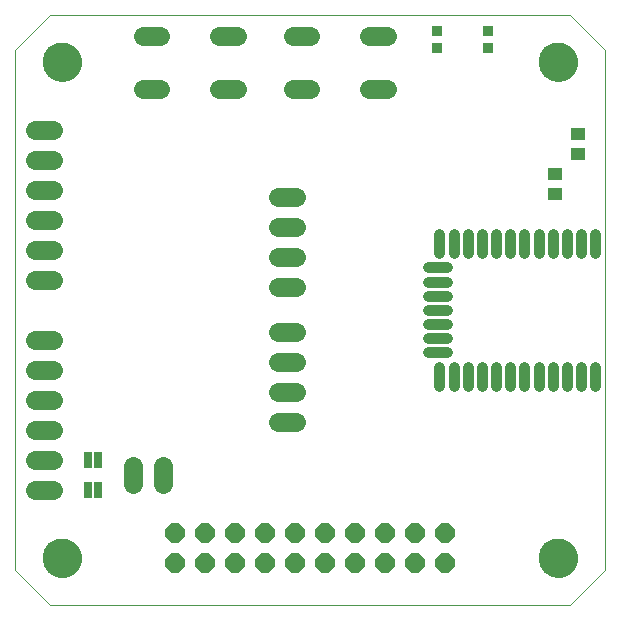
<source format=gts>
G75*
%MOIN*%
%OFA0B0*%
%FSLAX25Y25*%
%IPPOS*%
%LPD*%
%AMOC8*
5,1,8,0,0,1.08239X$1,22.5*
%
%ADD10OC8,0.06400*%
%ADD11C,0.00000*%
%ADD12C,0.12998*%
%ADD13C,0.06400*%
%ADD14R,0.02900X0.05400*%
%ADD15C,0.03550*%
%ADD16R,0.03550X0.03550*%
%ADD17R,0.04731X0.04337*%
%ADD18C,0.06337*%
D10*
X0122300Y0112600D03*
X0122300Y0122600D03*
X0132300Y0122600D03*
X0132300Y0112600D03*
X0142300Y0112600D03*
X0142300Y0122600D03*
X0152300Y0122600D03*
X0152300Y0112600D03*
X0162300Y0112600D03*
X0162300Y0122600D03*
X0172300Y0122600D03*
X0172300Y0112600D03*
X0182300Y0112600D03*
X0182300Y0122600D03*
X0192300Y0122600D03*
X0192300Y0112600D03*
X0202300Y0112600D03*
X0202300Y0122600D03*
X0212300Y0122600D03*
X0212300Y0112600D03*
D11*
X0080711Y0098500D02*
X0068900Y0110311D01*
X0068900Y0283539D01*
X0080711Y0295350D01*
X0253939Y0295350D01*
X0265750Y0283539D01*
X0265750Y0110311D01*
X0253939Y0098500D01*
X0080711Y0098500D01*
X0078349Y0114248D02*
X0078351Y0114406D01*
X0078357Y0114564D01*
X0078367Y0114722D01*
X0078381Y0114880D01*
X0078399Y0115037D01*
X0078420Y0115194D01*
X0078446Y0115350D01*
X0078476Y0115506D01*
X0078509Y0115661D01*
X0078547Y0115814D01*
X0078588Y0115967D01*
X0078633Y0116119D01*
X0078682Y0116270D01*
X0078735Y0116419D01*
X0078791Y0116567D01*
X0078851Y0116713D01*
X0078915Y0116858D01*
X0078983Y0117001D01*
X0079054Y0117143D01*
X0079128Y0117283D01*
X0079206Y0117420D01*
X0079288Y0117556D01*
X0079372Y0117690D01*
X0079461Y0117821D01*
X0079552Y0117950D01*
X0079647Y0118077D01*
X0079744Y0118202D01*
X0079845Y0118324D01*
X0079949Y0118443D01*
X0080056Y0118560D01*
X0080166Y0118674D01*
X0080279Y0118785D01*
X0080394Y0118894D01*
X0080512Y0118999D01*
X0080633Y0119101D01*
X0080756Y0119201D01*
X0080882Y0119297D01*
X0081010Y0119390D01*
X0081140Y0119480D01*
X0081273Y0119566D01*
X0081408Y0119650D01*
X0081544Y0119729D01*
X0081683Y0119806D01*
X0081824Y0119878D01*
X0081966Y0119948D01*
X0082110Y0120013D01*
X0082256Y0120075D01*
X0082403Y0120133D01*
X0082552Y0120188D01*
X0082702Y0120239D01*
X0082853Y0120286D01*
X0083005Y0120329D01*
X0083158Y0120368D01*
X0083313Y0120404D01*
X0083468Y0120435D01*
X0083624Y0120463D01*
X0083780Y0120487D01*
X0083937Y0120507D01*
X0084095Y0120523D01*
X0084252Y0120535D01*
X0084411Y0120543D01*
X0084569Y0120547D01*
X0084727Y0120547D01*
X0084885Y0120543D01*
X0085044Y0120535D01*
X0085201Y0120523D01*
X0085359Y0120507D01*
X0085516Y0120487D01*
X0085672Y0120463D01*
X0085828Y0120435D01*
X0085983Y0120404D01*
X0086138Y0120368D01*
X0086291Y0120329D01*
X0086443Y0120286D01*
X0086594Y0120239D01*
X0086744Y0120188D01*
X0086893Y0120133D01*
X0087040Y0120075D01*
X0087186Y0120013D01*
X0087330Y0119948D01*
X0087472Y0119878D01*
X0087613Y0119806D01*
X0087752Y0119729D01*
X0087888Y0119650D01*
X0088023Y0119566D01*
X0088156Y0119480D01*
X0088286Y0119390D01*
X0088414Y0119297D01*
X0088540Y0119201D01*
X0088663Y0119101D01*
X0088784Y0118999D01*
X0088902Y0118894D01*
X0089017Y0118785D01*
X0089130Y0118674D01*
X0089240Y0118560D01*
X0089347Y0118443D01*
X0089451Y0118324D01*
X0089552Y0118202D01*
X0089649Y0118077D01*
X0089744Y0117950D01*
X0089835Y0117821D01*
X0089924Y0117690D01*
X0090008Y0117556D01*
X0090090Y0117420D01*
X0090168Y0117283D01*
X0090242Y0117143D01*
X0090313Y0117001D01*
X0090381Y0116858D01*
X0090445Y0116713D01*
X0090505Y0116567D01*
X0090561Y0116419D01*
X0090614Y0116270D01*
X0090663Y0116119D01*
X0090708Y0115967D01*
X0090749Y0115814D01*
X0090787Y0115661D01*
X0090820Y0115506D01*
X0090850Y0115350D01*
X0090876Y0115194D01*
X0090897Y0115037D01*
X0090915Y0114880D01*
X0090929Y0114722D01*
X0090939Y0114564D01*
X0090945Y0114406D01*
X0090947Y0114248D01*
X0090945Y0114090D01*
X0090939Y0113932D01*
X0090929Y0113774D01*
X0090915Y0113616D01*
X0090897Y0113459D01*
X0090876Y0113302D01*
X0090850Y0113146D01*
X0090820Y0112990D01*
X0090787Y0112835D01*
X0090749Y0112682D01*
X0090708Y0112529D01*
X0090663Y0112377D01*
X0090614Y0112226D01*
X0090561Y0112077D01*
X0090505Y0111929D01*
X0090445Y0111783D01*
X0090381Y0111638D01*
X0090313Y0111495D01*
X0090242Y0111353D01*
X0090168Y0111213D01*
X0090090Y0111076D01*
X0090008Y0110940D01*
X0089924Y0110806D01*
X0089835Y0110675D01*
X0089744Y0110546D01*
X0089649Y0110419D01*
X0089552Y0110294D01*
X0089451Y0110172D01*
X0089347Y0110053D01*
X0089240Y0109936D01*
X0089130Y0109822D01*
X0089017Y0109711D01*
X0088902Y0109602D01*
X0088784Y0109497D01*
X0088663Y0109395D01*
X0088540Y0109295D01*
X0088414Y0109199D01*
X0088286Y0109106D01*
X0088156Y0109016D01*
X0088023Y0108930D01*
X0087888Y0108846D01*
X0087752Y0108767D01*
X0087613Y0108690D01*
X0087472Y0108618D01*
X0087330Y0108548D01*
X0087186Y0108483D01*
X0087040Y0108421D01*
X0086893Y0108363D01*
X0086744Y0108308D01*
X0086594Y0108257D01*
X0086443Y0108210D01*
X0086291Y0108167D01*
X0086138Y0108128D01*
X0085983Y0108092D01*
X0085828Y0108061D01*
X0085672Y0108033D01*
X0085516Y0108009D01*
X0085359Y0107989D01*
X0085201Y0107973D01*
X0085044Y0107961D01*
X0084885Y0107953D01*
X0084727Y0107949D01*
X0084569Y0107949D01*
X0084411Y0107953D01*
X0084252Y0107961D01*
X0084095Y0107973D01*
X0083937Y0107989D01*
X0083780Y0108009D01*
X0083624Y0108033D01*
X0083468Y0108061D01*
X0083313Y0108092D01*
X0083158Y0108128D01*
X0083005Y0108167D01*
X0082853Y0108210D01*
X0082702Y0108257D01*
X0082552Y0108308D01*
X0082403Y0108363D01*
X0082256Y0108421D01*
X0082110Y0108483D01*
X0081966Y0108548D01*
X0081824Y0108618D01*
X0081683Y0108690D01*
X0081544Y0108767D01*
X0081408Y0108846D01*
X0081273Y0108930D01*
X0081140Y0109016D01*
X0081010Y0109106D01*
X0080882Y0109199D01*
X0080756Y0109295D01*
X0080633Y0109395D01*
X0080512Y0109497D01*
X0080394Y0109602D01*
X0080279Y0109711D01*
X0080166Y0109822D01*
X0080056Y0109936D01*
X0079949Y0110053D01*
X0079845Y0110172D01*
X0079744Y0110294D01*
X0079647Y0110419D01*
X0079552Y0110546D01*
X0079461Y0110675D01*
X0079372Y0110806D01*
X0079288Y0110940D01*
X0079206Y0111076D01*
X0079128Y0111213D01*
X0079054Y0111353D01*
X0078983Y0111495D01*
X0078915Y0111638D01*
X0078851Y0111783D01*
X0078791Y0111929D01*
X0078735Y0112077D01*
X0078682Y0112226D01*
X0078633Y0112377D01*
X0078588Y0112529D01*
X0078547Y0112682D01*
X0078509Y0112835D01*
X0078476Y0112990D01*
X0078446Y0113146D01*
X0078420Y0113302D01*
X0078399Y0113459D01*
X0078381Y0113616D01*
X0078367Y0113774D01*
X0078357Y0113932D01*
X0078351Y0114090D01*
X0078349Y0114248D01*
X0078349Y0279602D02*
X0078351Y0279760D01*
X0078357Y0279918D01*
X0078367Y0280076D01*
X0078381Y0280234D01*
X0078399Y0280391D01*
X0078420Y0280548D01*
X0078446Y0280704D01*
X0078476Y0280860D01*
X0078509Y0281015D01*
X0078547Y0281168D01*
X0078588Y0281321D01*
X0078633Y0281473D01*
X0078682Y0281624D01*
X0078735Y0281773D01*
X0078791Y0281921D01*
X0078851Y0282067D01*
X0078915Y0282212D01*
X0078983Y0282355D01*
X0079054Y0282497D01*
X0079128Y0282637D01*
X0079206Y0282774D01*
X0079288Y0282910D01*
X0079372Y0283044D01*
X0079461Y0283175D01*
X0079552Y0283304D01*
X0079647Y0283431D01*
X0079744Y0283556D01*
X0079845Y0283678D01*
X0079949Y0283797D01*
X0080056Y0283914D01*
X0080166Y0284028D01*
X0080279Y0284139D01*
X0080394Y0284248D01*
X0080512Y0284353D01*
X0080633Y0284455D01*
X0080756Y0284555D01*
X0080882Y0284651D01*
X0081010Y0284744D01*
X0081140Y0284834D01*
X0081273Y0284920D01*
X0081408Y0285004D01*
X0081544Y0285083D01*
X0081683Y0285160D01*
X0081824Y0285232D01*
X0081966Y0285302D01*
X0082110Y0285367D01*
X0082256Y0285429D01*
X0082403Y0285487D01*
X0082552Y0285542D01*
X0082702Y0285593D01*
X0082853Y0285640D01*
X0083005Y0285683D01*
X0083158Y0285722D01*
X0083313Y0285758D01*
X0083468Y0285789D01*
X0083624Y0285817D01*
X0083780Y0285841D01*
X0083937Y0285861D01*
X0084095Y0285877D01*
X0084252Y0285889D01*
X0084411Y0285897D01*
X0084569Y0285901D01*
X0084727Y0285901D01*
X0084885Y0285897D01*
X0085044Y0285889D01*
X0085201Y0285877D01*
X0085359Y0285861D01*
X0085516Y0285841D01*
X0085672Y0285817D01*
X0085828Y0285789D01*
X0085983Y0285758D01*
X0086138Y0285722D01*
X0086291Y0285683D01*
X0086443Y0285640D01*
X0086594Y0285593D01*
X0086744Y0285542D01*
X0086893Y0285487D01*
X0087040Y0285429D01*
X0087186Y0285367D01*
X0087330Y0285302D01*
X0087472Y0285232D01*
X0087613Y0285160D01*
X0087752Y0285083D01*
X0087888Y0285004D01*
X0088023Y0284920D01*
X0088156Y0284834D01*
X0088286Y0284744D01*
X0088414Y0284651D01*
X0088540Y0284555D01*
X0088663Y0284455D01*
X0088784Y0284353D01*
X0088902Y0284248D01*
X0089017Y0284139D01*
X0089130Y0284028D01*
X0089240Y0283914D01*
X0089347Y0283797D01*
X0089451Y0283678D01*
X0089552Y0283556D01*
X0089649Y0283431D01*
X0089744Y0283304D01*
X0089835Y0283175D01*
X0089924Y0283044D01*
X0090008Y0282910D01*
X0090090Y0282774D01*
X0090168Y0282637D01*
X0090242Y0282497D01*
X0090313Y0282355D01*
X0090381Y0282212D01*
X0090445Y0282067D01*
X0090505Y0281921D01*
X0090561Y0281773D01*
X0090614Y0281624D01*
X0090663Y0281473D01*
X0090708Y0281321D01*
X0090749Y0281168D01*
X0090787Y0281015D01*
X0090820Y0280860D01*
X0090850Y0280704D01*
X0090876Y0280548D01*
X0090897Y0280391D01*
X0090915Y0280234D01*
X0090929Y0280076D01*
X0090939Y0279918D01*
X0090945Y0279760D01*
X0090947Y0279602D01*
X0090945Y0279444D01*
X0090939Y0279286D01*
X0090929Y0279128D01*
X0090915Y0278970D01*
X0090897Y0278813D01*
X0090876Y0278656D01*
X0090850Y0278500D01*
X0090820Y0278344D01*
X0090787Y0278189D01*
X0090749Y0278036D01*
X0090708Y0277883D01*
X0090663Y0277731D01*
X0090614Y0277580D01*
X0090561Y0277431D01*
X0090505Y0277283D01*
X0090445Y0277137D01*
X0090381Y0276992D01*
X0090313Y0276849D01*
X0090242Y0276707D01*
X0090168Y0276567D01*
X0090090Y0276430D01*
X0090008Y0276294D01*
X0089924Y0276160D01*
X0089835Y0276029D01*
X0089744Y0275900D01*
X0089649Y0275773D01*
X0089552Y0275648D01*
X0089451Y0275526D01*
X0089347Y0275407D01*
X0089240Y0275290D01*
X0089130Y0275176D01*
X0089017Y0275065D01*
X0088902Y0274956D01*
X0088784Y0274851D01*
X0088663Y0274749D01*
X0088540Y0274649D01*
X0088414Y0274553D01*
X0088286Y0274460D01*
X0088156Y0274370D01*
X0088023Y0274284D01*
X0087888Y0274200D01*
X0087752Y0274121D01*
X0087613Y0274044D01*
X0087472Y0273972D01*
X0087330Y0273902D01*
X0087186Y0273837D01*
X0087040Y0273775D01*
X0086893Y0273717D01*
X0086744Y0273662D01*
X0086594Y0273611D01*
X0086443Y0273564D01*
X0086291Y0273521D01*
X0086138Y0273482D01*
X0085983Y0273446D01*
X0085828Y0273415D01*
X0085672Y0273387D01*
X0085516Y0273363D01*
X0085359Y0273343D01*
X0085201Y0273327D01*
X0085044Y0273315D01*
X0084885Y0273307D01*
X0084727Y0273303D01*
X0084569Y0273303D01*
X0084411Y0273307D01*
X0084252Y0273315D01*
X0084095Y0273327D01*
X0083937Y0273343D01*
X0083780Y0273363D01*
X0083624Y0273387D01*
X0083468Y0273415D01*
X0083313Y0273446D01*
X0083158Y0273482D01*
X0083005Y0273521D01*
X0082853Y0273564D01*
X0082702Y0273611D01*
X0082552Y0273662D01*
X0082403Y0273717D01*
X0082256Y0273775D01*
X0082110Y0273837D01*
X0081966Y0273902D01*
X0081824Y0273972D01*
X0081683Y0274044D01*
X0081544Y0274121D01*
X0081408Y0274200D01*
X0081273Y0274284D01*
X0081140Y0274370D01*
X0081010Y0274460D01*
X0080882Y0274553D01*
X0080756Y0274649D01*
X0080633Y0274749D01*
X0080512Y0274851D01*
X0080394Y0274956D01*
X0080279Y0275065D01*
X0080166Y0275176D01*
X0080056Y0275290D01*
X0079949Y0275407D01*
X0079845Y0275526D01*
X0079744Y0275648D01*
X0079647Y0275773D01*
X0079552Y0275900D01*
X0079461Y0276029D01*
X0079372Y0276160D01*
X0079288Y0276294D01*
X0079206Y0276430D01*
X0079128Y0276567D01*
X0079054Y0276707D01*
X0078983Y0276849D01*
X0078915Y0276992D01*
X0078851Y0277137D01*
X0078791Y0277283D01*
X0078735Y0277431D01*
X0078682Y0277580D01*
X0078633Y0277731D01*
X0078588Y0277883D01*
X0078547Y0278036D01*
X0078509Y0278189D01*
X0078476Y0278344D01*
X0078446Y0278500D01*
X0078420Y0278656D01*
X0078399Y0278813D01*
X0078381Y0278970D01*
X0078367Y0279128D01*
X0078357Y0279286D01*
X0078351Y0279444D01*
X0078349Y0279602D01*
X0243703Y0279602D02*
X0243705Y0279760D01*
X0243711Y0279918D01*
X0243721Y0280076D01*
X0243735Y0280234D01*
X0243753Y0280391D01*
X0243774Y0280548D01*
X0243800Y0280704D01*
X0243830Y0280860D01*
X0243863Y0281015D01*
X0243901Y0281168D01*
X0243942Y0281321D01*
X0243987Y0281473D01*
X0244036Y0281624D01*
X0244089Y0281773D01*
X0244145Y0281921D01*
X0244205Y0282067D01*
X0244269Y0282212D01*
X0244337Y0282355D01*
X0244408Y0282497D01*
X0244482Y0282637D01*
X0244560Y0282774D01*
X0244642Y0282910D01*
X0244726Y0283044D01*
X0244815Y0283175D01*
X0244906Y0283304D01*
X0245001Y0283431D01*
X0245098Y0283556D01*
X0245199Y0283678D01*
X0245303Y0283797D01*
X0245410Y0283914D01*
X0245520Y0284028D01*
X0245633Y0284139D01*
X0245748Y0284248D01*
X0245866Y0284353D01*
X0245987Y0284455D01*
X0246110Y0284555D01*
X0246236Y0284651D01*
X0246364Y0284744D01*
X0246494Y0284834D01*
X0246627Y0284920D01*
X0246762Y0285004D01*
X0246898Y0285083D01*
X0247037Y0285160D01*
X0247178Y0285232D01*
X0247320Y0285302D01*
X0247464Y0285367D01*
X0247610Y0285429D01*
X0247757Y0285487D01*
X0247906Y0285542D01*
X0248056Y0285593D01*
X0248207Y0285640D01*
X0248359Y0285683D01*
X0248512Y0285722D01*
X0248667Y0285758D01*
X0248822Y0285789D01*
X0248978Y0285817D01*
X0249134Y0285841D01*
X0249291Y0285861D01*
X0249449Y0285877D01*
X0249606Y0285889D01*
X0249765Y0285897D01*
X0249923Y0285901D01*
X0250081Y0285901D01*
X0250239Y0285897D01*
X0250398Y0285889D01*
X0250555Y0285877D01*
X0250713Y0285861D01*
X0250870Y0285841D01*
X0251026Y0285817D01*
X0251182Y0285789D01*
X0251337Y0285758D01*
X0251492Y0285722D01*
X0251645Y0285683D01*
X0251797Y0285640D01*
X0251948Y0285593D01*
X0252098Y0285542D01*
X0252247Y0285487D01*
X0252394Y0285429D01*
X0252540Y0285367D01*
X0252684Y0285302D01*
X0252826Y0285232D01*
X0252967Y0285160D01*
X0253106Y0285083D01*
X0253242Y0285004D01*
X0253377Y0284920D01*
X0253510Y0284834D01*
X0253640Y0284744D01*
X0253768Y0284651D01*
X0253894Y0284555D01*
X0254017Y0284455D01*
X0254138Y0284353D01*
X0254256Y0284248D01*
X0254371Y0284139D01*
X0254484Y0284028D01*
X0254594Y0283914D01*
X0254701Y0283797D01*
X0254805Y0283678D01*
X0254906Y0283556D01*
X0255003Y0283431D01*
X0255098Y0283304D01*
X0255189Y0283175D01*
X0255278Y0283044D01*
X0255362Y0282910D01*
X0255444Y0282774D01*
X0255522Y0282637D01*
X0255596Y0282497D01*
X0255667Y0282355D01*
X0255735Y0282212D01*
X0255799Y0282067D01*
X0255859Y0281921D01*
X0255915Y0281773D01*
X0255968Y0281624D01*
X0256017Y0281473D01*
X0256062Y0281321D01*
X0256103Y0281168D01*
X0256141Y0281015D01*
X0256174Y0280860D01*
X0256204Y0280704D01*
X0256230Y0280548D01*
X0256251Y0280391D01*
X0256269Y0280234D01*
X0256283Y0280076D01*
X0256293Y0279918D01*
X0256299Y0279760D01*
X0256301Y0279602D01*
X0256299Y0279444D01*
X0256293Y0279286D01*
X0256283Y0279128D01*
X0256269Y0278970D01*
X0256251Y0278813D01*
X0256230Y0278656D01*
X0256204Y0278500D01*
X0256174Y0278344D01*
X0256141Y0278189D01*
X0256103Y0278036D01*
X0256062Y0277883D01*
X0256017Y0277731D01*
X0255968Y0277580D01*
X0255915Y0277431D01*
X0255859Y0277283D01*
X0255799Y0277137D01*
X0255735Y0276992D01*
X0255667Y0276849D01*
X0255596Y0276707D01*
X0255522Y0276567D01*
X0255444Y0276430D01*
X0255362Y0276294D01*
X0255278Y0276160D01*
X0255189Y0276029D01*
X0255098Y0275900D01*
X0255003Y0275773D01*
X0254906Y0275648D01*
X0254805Y0275526D01*
X0254701Y0275407D01*
X0254594Y0275290D01*
X0254484Y0275176D01*
X0254371Y0275065D01*
X0254256Y0274956D01*
X0254138Y0274851D01*
X0254017Y0274749D01*
X0253894Y0274649D01*
X0253768Y0274553D01*
X0253640Y0274460D01*
X0253510Y0274370D01*
X0253377Y0274284D01*
X0253242Y0274200D01*
X0253106Y0274121D01*
X0252967Y0274044D01*
X0252826Y0273972D01*
X0252684Y0273902D01*
X0252540Y0273837D01*
X0252394Y0273775D01*
X0252247Y0273717D01*
X0252098Y0273662D01*
X0251948Y0273611D01*
X0251797Y0273564D01*
X0251645Y0273521D01*
X0251492Y0273482D01*
X0251337Y0273446D01*
X0251182Y0273415D01*
X0251026Y0273387D01*
X0250870Y0273363D01*
X0250713Y0273343D01*
X0250555Y0273327D01*
X0250398Y0273315D01*
X0250239Y0273307D01*
X0250081Y0273303D01*
X0249923Y0273303D01*
X0249765Y0273307D01*
X0249606Y0273315D01*
X0249449Y0273327D01*
X0249291Y0273343D01*
X0249134Y0273363D01*
X0248978Y0273387D01*
X0248822Y0273415D01*
X0248667Y0273446D01*
X0248512Y0273482D01*
X0248359Y0273521D01*
X0248207Y0273564D01*
X0248056Y0273611D01*
X0247906Y0273662D01*
X0247757Y0273717D01*
X0247610Y0273775D01*
X0247464Y0273837D01*
X0247320Y0273902D01*
X0247178Y0273972D01*
X0247037Y0274044D01*
X0246898Y0274121D01*
X0246762Y0274200D01*
X0246627Y0274284D01*
X0246494Y0274370D01*
X0246364Y0274460D01*
X0246236Y0274553D01*
X0246110Y0274649D01*
X0245987Y0274749D01*
X0245866Y0274851D01*
X0245748Y0274956D01*
X0245633Y0275065D01*
X0245520Y0275176D01*
X0245410Y0275290D01*
X0245303Y0275407D01*
X0245199Y0275526D01*
X0245098Y0275648D01*
X0245001Y0275773D01*
X0244906Y0275900D01*
X0244815Y0276029D01*
X0244726Y0276160D01*
X0244642Y0276294D01*
X0244560Y0276430D01*
X0244482Y0276567D01*
X0244408Y0276707D01*
X0244337Y0276849D01*
X0244269Y0276992D01*
X0244205Y0277137D01*
X0244145Y0277283D01*
X0244089Y0277431D01*
X0244036Y0277580D01*
X0243987Y0277731D01*
X0243942Y0277883D01*
X0243901Y0278036D01*
X0243863Y0278189D01*
X0243830Y0278344D01*
X0243800Y0278500D01*
X0243774Y0278656D01*
X0243753Y0278813D01*
X0243735Y0278970D01*
X0243721Y0279128D01*
X0243711Y0279286D01*
X0243705Y0279444D01*
X0243703Y0279602D01*
X0243703Y0114248D02*
X0243705Y0114406D01*
X0243711Y0114564D01*
X0243721Y0114722D01*
X0243735Y0114880D01*
X0243753Y0115037D01*
X0243774Y0115194D01*
X0243800Y0115350D01*
X0243830Y0115506D01*
X0243863Y0115661D01*
X0243901Y0115814D01*
X0243942Y0115967D01*
X0243987Y0116119D01*
X0244036Y0116270D01*
X0244089Y0116419D01*
X0244145Y0116567D01*
X0244205Y0116713D01*
X0244269Y0116858D01*
X0244337Y0117001D01*
X0244408Y0117143D01*
X0244482Y0117283D01*
X0244560Y0117420D01*
X0244642Y0117556D01*
X0244726Y0117690D01*
X0244815Y0117821D01*
X0244906Y0117950D01*
X0245001Y0118077D01*
X0245098Y0118202D01*
X0245199Y0118324D01*
X0245303Y0118443D01*
X0245410Y0118560D01*
X0245520Y0118674D01*
X0245633Y0118785D01*
X0245748Y0118894D01*
X0245866Y0118999D01*
X0245987Y0119101D01*
X0246110Y0119201D01*
X0246236Y0119297D01*
X0246364Y0119390D01*
X0246494Y0119480D01*
X0246627Y0119566D01*
X0246762Y0119650D01*
X0246898Y0119729D01*
X0247037Y0119806D01*
X0247178Y0119878D01*
X0247320Y0119948D01*
X0247464Y0120013D01*
X0247610Y0120075D01*
X0247757Y0120133D01*
X0247906Y0120188D01*
X0248056Y0120239D01*
X0248207Y0120286D01*
X0248359Y0120329D01*
X0248512Y0120368D01*
X0248667Y0120404D01*
X0248822Y0120435D01*
X0248978Y0120463D01*
X0249134Y0120487D01*
X0249291Y0120507D01*
X0249449Y0120523D01*
X0249606Y0120535D01*
X0249765Y0120543D01*
X0249923Y0120547D01*
X0250081Y0120547D01*
X0250239Y0120543D01*
X0250398Y0120535D01*
X0250555Y0120523D01*
X0250713Y0120507D01*
X0250870Y0120487D01*
X0251026Y0120463D01*
X0251182Y0120435D01*
X0251337Y0120404D01*
X0251492Y0120368D01*
X0251645Y0120329D01*
X0251797Y0120286D01*
X0251948Y0120239D01*
X0252098Y0120188D01*
X0252247Y0120133D01*
X0252394Y0120075D01*
X0252540Y0120013D01*
X0252684Y0119948D01*
X0252826Y0119878D01*
X0252967Y0119806D01*
X0253106Y0119729D01*
X0253242Y0119650D01*
X0253377Y0119566D01*
X0253510Y0119480D01*
X0253640Y0119390D01*
X0253768Y0119297D01*
X0253894Y0119201D01*
X0254017Y0119101D01*
X0254138Y0118999D01*
X0254256Y0118894D01*
X0254371Y0118785D01*
X0254484Y0118674D01*
X0254594Y0118560D01*
X0254701Y0118443D01*
X0254805Y0118324D01*
X0254906Y0118202D01*
X0255003Y0118077D01*
X0255098Y0117950D01*
X0255189Y0117821D01*
X0255278Y0117690D01*
X0255362Y0117556D01*
X0255444Y0117420D01*
X0255522Y0117283D01*
X0255596Y0117143D01*
X0255667Y0117001D01*
X0255735Y0116858D01*
X0255799Y0116713D01*
X0255859Y0116567D01*
X0255915Y0116419D01*
X0255968Y0116270D01*
X0256017Y0116119D01*
X0256062Y0115967D01*
X0256103Y0115814D01*
X0256141Y0115661D01*
X0256174Y0115506D01*
X0256204Y0115350D01*
X0256230Y0115194D01*
X0256251Y0115037D01*
X0256269Y0114880D01*
X0256283Y0114722D01*
X0256293Y0114564D01*
X0256299Y0114406D01*
X0256301Y0114248D01*
X0256299Y0114090D01*
X0256293Y0113932D01*
X0256283Y0113774D01*
X0256269Y0113616D01*
X0256251Y0113459D01*
X0256230Y0113302D01*
X0256204Y0113146D01*
X0256174Y0112990D01*
X0256141Y0112835D01*
X0256103Y0112682D01*
X0256062Y0112529D01*
X0256017Y0112377D01*
X0255968Y0112226D01*
X0255915Y0112077D01*
X0255859Y0111929D01*
X0255799Y0111783D01*
X0255735Y0111638D01*
X0255667Y0111495D01*
X0255596Y0111353D01*
X0255522Y0111213D01*
X0255444Y0111076D01*
X0255362Y0110940D01*
X0255278Y0110806D01*
X0255189Y0110675D01*
X0255098Y0110546D01*
X0255003Y0110419D01*
X0254906Y0110294D01*
X0254805Y0110172D01*
X0254701Y0110053D01*
X0254594Y0109936D01*
X0254484Y0109822D01*
X0254371Y0109711D01*
X0254256Y0109602D01*
X0254138Y0109497D01*
X0254017Y0109395D01*
X0253894Y0109295D01*
X0253768Y0109199D01*
X0253640Y0109106D01*
X0253510Y0109016D01*
X0253377Y0108930D01*
X0253242Y0108846D01*
X0253106Y0108767D01*
X0252967Y0108690D01*
X0252826Y0108618D01*
X0252684Y0108548D01*
X0252540Y0108483D01*
X0252394Y0108421D01*
X0252247Y0108363D01*
X0252098Y0108308D01*
X0251948Y0108257D01*
X0251797Y0108210D01*
X0251645Y0108167D01*
X0251492Y0108128D01*
X0251337Y0108092D01*
X0251182Y0108061D01*
X0251026Y0108033D01*
X0250870Y0108009D01*
X0250713Y0107989D01*
X0250555Y0107973D01*
X0250398Y0107961D01*
X0250239Y0107953D01*
X0250081Y0107949D01*
X0249923Y0107949D01*
X0249765Y0107953D01*
X0249606Y0107961D01*
X0249449Y0107973D01*
X0249291Y0107989D01*
X0249134Y0108009D01*
X0248978Y0108033D01*
X0248822Y0108061D01*
X0248667Y0108092D01*
X0248512Y0108128D01*
X0248359Y0108167D01*
X0248207Y0108210D01*
X0248056Y0108257D01*
X0247906Y0108308D01*
X0247757Y0108363D01*
X0247610Y0108421D01*
X0247464Y0108483D01*
X0247320Y0108548D01*
X0247178Y0108618D01*
X0247037Y0108690D01*
X0246898Y0108767D01*
X0246762Y0108846D01*
X0246627Y0108930D01*
X0246494Y0109016D01*
X0246364Y0109106D01*
X0246236Y0109199D01*
X0246110Y0109295D01*
X0245987Y0109395D01*
X0245866Y0109497D01*
X0245748Y0109602D01*
X0245633Y0109711D01*
X0245520Y0109822D01*
X0245410Y0109936D01*
X0245303Y0110053D01*
X0245199Y0110172D01*
X0245098Y0110294D01*
X0245001Y0110419D01*
X0244906Y0110546D01*
X0244815Y0110675D01*
X0244726Y0110806D01*
X0244642Y0110940D01*
X0244560Y0111076D01*
X0244482Y0111213D01*
X0244408Y0111353D01*
X0244337Y0111495D01*
X0244269Y0111638D01*
X0244205Y0111783D01*
X0244145Y0111929D01*
X0244089Y0112077D01*
X0244036Y0112226D01*
X0243987Y0112377D01*
X0243942Y0112529D01*
X0243901Y0112682D01*
X0243863Y0112835D01*
X0243830Y0112990D01*
X0243800Y0113146D01*
X0243774Y0113302D01*
X0243753Y0113459D01*
X0243735Y0113616D01*
X0243721Y0113774D01*
X0243711Y0113932D01*
X0243705Y0114090D01*
X0243703Y0114248D01*
D12*
X0250002Y0114248D03*
X0084648Y0114248D03*
X0084648Y0279602D03*
X0250002Y0279602D03*
D13*
X0162800Y0234500D02*
X0156800Y0234500D01*
X0156800Y0224500D02*
X0162800Y0224500D01*
X0162800Y0214500D02*
X0156800Y0214500D01*
X0156800Y0204500D02*
X0162800Y0204500D01*
X0162700Y0189500D02*
X0156700Y0189500D01*
X0156700Y0179500D02*
X0162700Y0179500D01*
X0162700Y0169500D02*
X0156700Y0169500D01*
X0156700Y0159500D02*
X0162700Y0159500D01*
X0118400Y0144900D02*
X0118400Y0138900D01*
X0108400Y0138900D02*
X0108400Y0144900D01*
X0081743Y0146925D02*
X0075743Y0146925D01*
X0075743Y0136925D02*
X0081743Y0136925D01*
X0081743Y0156925D02*
X0075743Y0156925D01*
X0075743Y0166925D02*
X0081743Y0166925D01*
X0081743Y0176925D02*
X0075743Y0176925D01*
X0075743Y0186925D02*
X0081743Y0186925D01*
X0081743Y0206925D02*
X0075743Y0206925D01*
X0075743Y0216925D02*
X0081743Y0216925D01*
X0081743Y0226925D02*
X0075743Y0226925D01*
X0075743Y0236925D02*
X0081743Y0236925D01*
X0081743Y0246925D02*
X0075743Y0246925D01*
X0075743Y0256925D02*
X0081743Y0256925D01*
D14*
X0093322Y0146900D03*
X0096525Y0146900D03*
X0096525Y0136900D03*
X0093322Y0136900D03*
D15*
X0210435Y0171532D02*
X0210435Y0177830D01*
X0212994Y0182752D02*
X0206696Y0182752D01*
X0206696Y0187476D02*
X0212994Y0187476D01*
X0212994Y0192201D02*
X0206696Y0192201D01*
X0206696Y0196925D02*
X0212994Y0196925D01*
X0212994Y0201650D02*
X0206696Y0201650D01*
X0206696Y0206374D02*
X0212994Y0206374D01*
X0212994Y0211098D02*
X0206696Y0211098D01*
X0210435Y0216020D02*
X0210435Y0222318D01*
X0215160Y0222318D02*
X0215160Y0216020D01*
X0219884Y0216020D02*
X0219884Y0222318D01*
X0224609Y0222318D02*
X0224609Y0216020D01*
X0229333Y0216020D02*
X0229333Y0222318D01*
X0234057Y0222318D02*
X0234057Y0216020D01*
X0238782Y0216020D02*
X0238782Y0222318D01*
X0243506Y0222318D02*
X0243506Y0216020D01*
X0248231Y0216020D02*
X0248231Y0222318D01*
X0252955Y0222318D02*
X0252955Y0216020D01*
X0257680Y0216020D02*
X0257680Y0222318D01*
X0262404Y0222318D02*
X0262404Y0216020D01*
X0262404Y0177830D02*
X0262404Y0171532D01*
X0257680Y0171532D02*
X0257680Y0177830D01*
X0252955Y0177830D02*
X0252955Y0171532D01*
X0248231Y0171532D02*
X0248231Y0177830D01*
X0243506Y0177830D02*
X0243506Y0171532D01*
X0238782Y0171532D02*
X0238782Y0177830D01*
X0234057Y0177830D02*
X0234057Y0171532D01*
X0229333Y0171532D02*
X0229333Y0177830D01*
X0224609Y0177830D02*
X0224609Y0171532D01*
X0219884Y0171532D02*
X0219884Y0177830D01*
X0215160Y0177830D02*
X0215160Y0171532D01*
D16*
X0209800Y0284147D03*
X0209800Y0290053D03*
X0226700Y0290053D03*
X0226700Y0284147D03*
D17*
X0256800Y0255646D03*
X0256800Y0248954D03*
X0249000Y0242346D03*
X0249000Y0235654D03*
D18*
X0193064Y0270642D02*
X0187127Y0270642D01*
X0187127Y0288358D02*
X0193064Y0288358D01*
X0167473Y0288358D02*
X0161536Y0288358D01*
X0161536Y0270642D02*
X0167473Y0270642D01*
X0143064Y0270642D02*
X0137127Y0270642D01*
X0137127Y0288358D02*
X0143064Y0288358D01*
X0117473Y0288358D02*
X0111536Y0288358D01*
X0111536Y0270642D02*
X0117473Y0270642D01*
M02*

</source>
